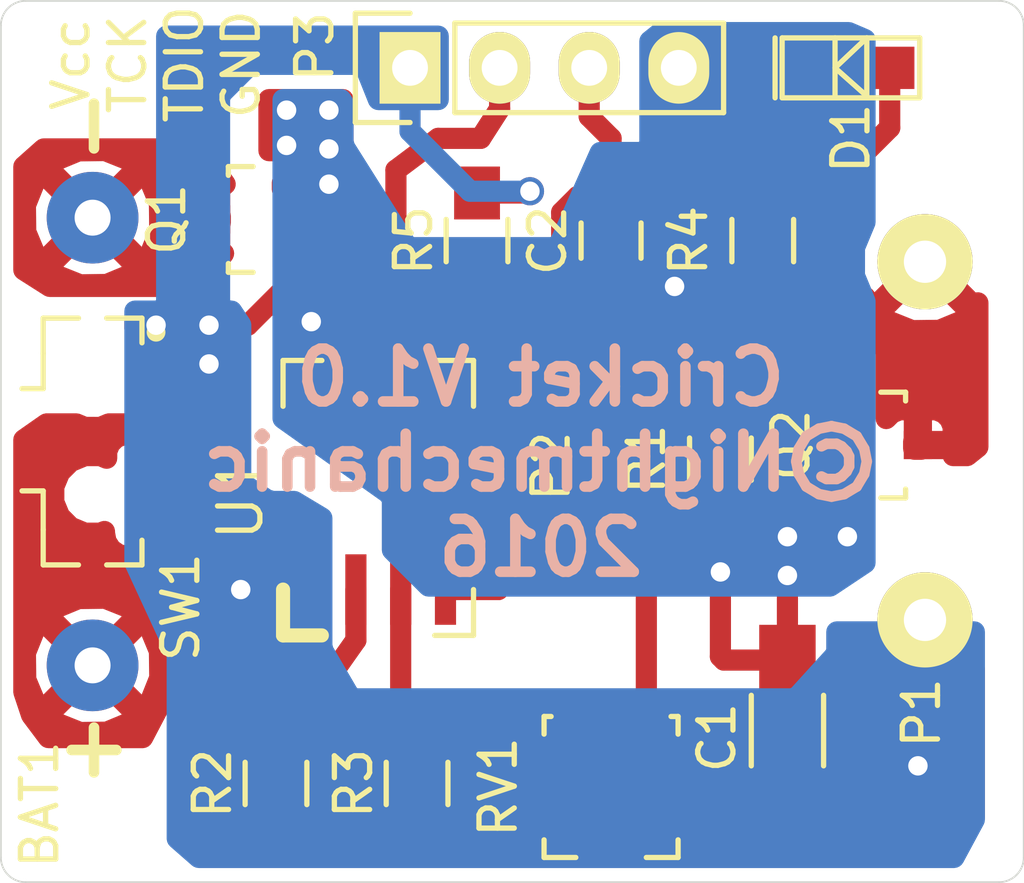
<source format=kicad_pcb>
(kicad_pcb (version 4) (host pcbnew 4.0.3-stable)

  (general
    (links 30)
    (no_connects 0)
    (area 98.45 71.866666 153.275001 101.575)
    (thickness 1.6)
    (drawings 10)
    (tracks 118)
    (zones 0)
    (modules 17)
    (nets 16)
  )

  (page A4)
  (layers
    (0 F.Cu signal hide)
    (31 B.Cu signal hide)
    (32 B.Adhes user)
    (33 F.Adhes user)
    (34 B.Paste user)
    (35 F.Paste user)
    (36 B.SilkS user)
    (37 F.SilkS user)
    (38 B.Mask user)
    (39 F.Mask user)
    (40 Dwgs.User user)
    (41 Cmts.User user hide)
    (42 Eco1.User user)
    (43 Eco2.User user)
    (44 Edge.Cuts user)
    (45 Margin user)
    (46 B.CrtYd user hide)
    (47 F.CrtYd user)
    (48 B.Fab user)
    (49 F.Fab user)
  )

  (setup
    (last_trace_width 0.6)
    (trace_clearance 0.2)
    (zone_clearance 0.35)
    (zone_45_only no)
    (trace_min 0.2)
    (segment_width 0.2)
    (edge_width 0.05)
    (via_size 0.8)
    (via_drill 0.55)
    (via_min_size 0.4)
    (via_min_drill 0.3)
    (uvia_size 0.3)
    (uvia_drill 0.1)
    (uvias_allowed no)
    (uvia_min_size 0.2)
    (uvia_min_drill 0.1)
    (pcb_text_width 0.3)
    (pcb_text_size 1.5 1.5)
    (mod_edge_width 0.05)
    (mod_text_size 1 1)
    (mod_text_width 0.15)
    (pad_size 1.524 1.524)
    (pad_drill 0.762)
    (pad_to_mask_clearance 0.05)
    (aux_axis_origin 0 0)
    (grid_origin 100 100)
    (visible_elements 7FFEFFFF)
    (pcbplotparams
      (layerselection 0x010f8_80000001)
      (usegerberextensions true)
      (excludeedgelayer true)
      (linewidth 0.100000)
      (plotframeref false)
      (viasonmask false)
      (mode 1)
      (useauxorigin false)
      (hpglpennumber 1)
      (hpglpenspeed 20)
      (hpglpendiameter 15)
      (hpglpenoverlay 2)
      (psnegative false)
      (psa4output false)
      (plotreference true)
      (plotvalue false)
      (plotinvisibletext false)
      (padsonsilk false)
      (subtractmaskfromsilk false)
      (outputformat 1)
      (mirror false)
      (drillshape 0)
      (scaleselection 1)
      (outputdirectory Fabrication/))
  )

  (net 0 "")
  (net 1 V_Batt)
  (net 2 GND)
  (net 3 /SBWTDIO)
  (net 4 "Net-(D1-Pad1)")
  (net 5 "Net-(P1-Pad1)")
  (net 6 "Net-(P2-Pad1)")
  (net 7 /SBWTCK)
  (net 8 "Net-(Q2-Pad1)")
  (net 9 "Net-(R2-Pad1)")
  (net 10 "Net-(R2-Pad2)")
  (net 11 "Net-(R3-Pad1)")
  (net 12 "Net-(SW1-Pad3)")
  (net 13 "Net-(R4-Pad1)")
  (net 14 /Bat+)
  (net 15 /Bat-)

  (net_class Default "This is the default net class."
    (clearance 0.2)
    (trace_width 0.6)
    (via_dia 0.8)
    (via_drill 0.55)
    (uvia_dia 0.3)
    (uvia_drill 0.1)
    (add_net /Bat+)
    (add_net /SBWTCK)
    (add_net /SBWTDIO)
    (add_net GND)
    (add_net "Net-(D1-Pad1)")
    (add_net "Net-(P1-Pad1)")
    (add_net "Net-(P2-Pad1)")
    (add_net "Net-(Q2-Pad1)")
    (add_net "Net-(R2-Pad1)")
    (add_net "Net-(R2-Pad2)")
    (add_net "Net-(R3-Pad1)")
    (add_net "Net-(R4-Pad1)")
    (add_net "Net-(SW1-Pad3)")
    (add_net V_Batt)
  )

  (net_class Bat- ""
    (clearance 0.2)
    (trace_width 0.6)
    (via_dia 0.8)
    (via_drill 0.55)
    (uvia_dia 0.3)
    (uvia_drill 0.1)
    (add_net /Bat-)
  )

  (module SMD_MiniLED (layer F.Cu) (tedit 57CDDCEB) (tstamp 57CC9B96)
    (at 124.1 76.9 180)
    (path /57CCAD3C)
    (fp_text reference D1 (at 0 -2 270) (layer F.SilkS)
      (effects (font (size 1 1) (thickness 0.15)))
    )
    (fp_text value "Orange LED" (at 0 -1.75 180) (layer Eco2.User)
      (effects (font (size 1 1) (thickness 0.15)))
    )
    (fp_line (start -0.45 -0.85) (end -0.45 0.85) (layer F.SilkS) (width 0.15))
    (fp_line (start -0.45 0.85) (end 0.45 0) (layer F.SilkS) (width 0.15))
    (fp_line (start 0.45 0) (end -0.45 -0.8) (layer F.SilkS) (width 0.15))
    (fp_line (start 0.45 -0.85) (end 0.45 0.85) (layer F.SilkS) (width 0.15))
    (fp_line (start 2.15 -0.85) (end 2.15 0.85) (layer F.SilkS) (width 0.15))
    (fp_line (start 1.95 -0.85) (end -1.95 -0.85) (layer F.SilkS) (width 0.15))
    (fp_line (start -1.95 -0.85) (end -1.95 0.85) (layer F.SilkS) (width 0.15))
    (fp_line (start -1.95 0.85) (end 1.95 0.85) (layer F.SilkS) (width 0.15))
    (fp_line (start 1.95 0.85) (end 1.95 -0.85) (layer F.SilkS) (width 0.15))
    (pad 1 smd rect (at -1.2 0 180) (size 1.2 1.2) (layers F.Cu F.Paste F.Mask)
      (net 4 "Net-(D1-Pad1)"))
    (pad 2 smd rect (at 1.2 0 180) (size 1.2 1.2) (layers F.Cu F.Paste F.Mask)
      (net 2 GND))
  )

  (module Keystone_2468_no_mnt_holes (layer F.Cu) (tedit 57CC9D62) (tstamp 57CC9B6F)
    (at 102.6 87.5)
    (path /57CC72B6)
    (fp_text reference BAT1 (at -1.5011 10.2964 90) (layer F.SilkS)
      (effects (font (size 1 1) (thickness 0.15)))
    )
    (fp_text value Keystone_2468_2xAAA (at -3.175 0 90) (layer F.Fab)
      (effects (font (size 1 1) (thickness 0.15)))
    )
    (fp_line (start 0.04 -9.585) (end 0.04 -8.315) (layer F.SilkS) (width 0.3))
    (fp_line (start -2.6 12.5) (end 50.4 12.5) (layer B.CrtYd) (width 0.15))
    (fp_line (start 50.4 12.5) (end 50.4 -12.5) (layer B.CrtYd) (width 0.15))
    (fp_line (start 50.4 -12.5) (end -2.6 -12.5) (layer B.CrtYd) (width 0.15))
    (fp_line (start -2.6 -12.5) (end -2.6 12.5) (layer B.CrtYd) (width 0.15))
    (fp_line (start 0.04 8.115) (end 0.04 9.385) (layer F.SilkS) (width 0.3))
    (fp_line (start -0.595 8.75) (end 0.675 8.75) (layer F.SilkS) (width 0.3))
    (pad 1 thru_hole circle (at 0 6.35) (size 2.6 2.6) (drill 1.02) (layers *.Cu *.Mask)
      (net 14 /Bat+))
    (pad 2 thru_hole circle (at 0 -6.35) (size 2.6 2.6) (drill 1.02) (layers *.Cu *.Mask)
      (net 15 /Bat-))
  )

  (module Capacitors_SMD:C_1206_HandSoldering (layer F.Cu) (tedit 57CDD4DE) (tstamp 57CC9B7B)
    (at 122.3 95.7 90)
    (descr "Capacitor SMD 1206, hand soldering")
    (tags "capacitor 1206")
    (path /57CC9101)
    (attr smd)
    (fp_text reference C1 (at -0.2 -2 90) (layer F.SilkS)
      (effects (font (size 1 1) (thickness 0.15)))
    )
    (fp_text value "10uF 10V" (at 0 2.3 90) (layer F.Fab)
      (effects (font (size 1 1) (thickness 0.15)))
    )
    (fp_line (start -3.3 -1.15) (end 3.3 -1.15) (layer F.CrtYd) (width 0.05))
    (fp_line (start -3.3 1.15) (end 3.3 1.15) (layer F.CrtYd) (width 0.05))
    (fp_line (start -3.3 -1.15) (end -3.3 1.15) (layer F.CrtYd) (width 0.05))
    (fp_line (start 3.3 -1.15) (end 3.3 1.15) (layer F.CrtYd) (width 0.05))
    (fp_line (start 1 -1.025) (end -1 -1.025) (layer F.SilkS) (width 0.15))
    (fp_line (start -1 1.025) (end 1 1.025) (layer F.SilkS) (width 0.15))
    (pad 1 smd rect (at -2 0 90) (size 2 1.6) (layers F.Cu F.Paste F.Mask)
      (net 1 V_Batt))
    (pad 2 smd rect (at 2 0 90) (size 2 1.6) (layers F.Cu F.Paste F.Mask)
      (net 2 GND))
    (model Capacitors_SMD.3dshapes/C_1206_HandSoldering.wrl
      (at (xyz 0 0 0))
      (scale (xyz 1 1 1))
      (rotate (xyz 0 0 0))
    )
  )

  (module Capacitors_SMD:C_0805_HandSoldering (layer F.Cu) (tedit 57CDD419) (tstamp 57CC9B87)
    (at 117.3 81.8 270)
    (descr "Capacitor SMD 0805, hand soldering")
    (tags "capacitor 0805")
    (path /57CC8932)
    (attr smd)
    (fp_text reference C2 (at 0 1.8 270) (layer F.SilkS)
      (effects (font (size 1 1) (thickness 0.15)))
    )
    (fp_text value 1.8nF (at 0 2.1 270) (layer F.Fab)
      (effects (font (size 1 1) (thickness 0.15)))
    )
    (fp_line (start -2.3 -1) (end 2.3 -1) (layer F.CrtYd) (width 0.05))
    (fp_line (start -2.3 1) (end 2.3 1) (layer F.CrtYd) (width 0.05))
    (fp_line (start -2.3 -1) (end -2.3 1) (layer F.CrtYd) (width 0.05))
    (fp_line (start 2.3 -1) (end 2.3 1) (layer F.CrtYd) (width 0.05))
    (fp_line (start 0.5 -0.85) (end -0.5 -0.85) (layer F.SilkS) (width 0.15))
    (fp_line (start -0.5 0.85) (end 0.5 0.85) (layer F.SilkS) (width 0.15))
    (pad 1 smd rect (at -1.25 0 270) (size 1.5 1.25) (layers F.Cu F.Paste F.Mask)
      (net 3 /SBWTDIO))
    (pad 2 smd rect (at 1.25 0 270) (size 1.5 1.25) (layers F.Cu F.Paste F.Mask)
      (net 2 GND))
    (model Capacitors_SMD.3dshapes/C_0805_HandSoldering.wrl
      (at (xyz 0 0 0))
      (scale (xyz 1 1 1))
      (rotate (xyz 0 0 0))
    )
  )

  (module Wire_Connections_Bridges:WireConnection_1.20mmDrill (layer F.Cu) (tedit 57CDE0A3) (tstamp 57CC9BF2)
    (at 126.2 82.4 270)
    (descr "WireConnection with 1.2mm drill")
    (path /57CC9871)
    (fp_text reference P1 (at 12.8 0.1 270) (layer F.SilkS)
      (effects (font (size 1 1) (thickness 0.15)))
    )
    (fp_text value CONN_01X02 (at 5.08 3.81 270) (layer F.Fab)
      (effects (font (size 1 1) (thickness 0.15)))
    )
    (fp_line (start 14.0716 -3.7592) (end 13.8684 -3.6576) (layer Cmts.User) (width 0.381))
    (fp_line (start 13.8684 -3.6576) (end 13.6398 -3.6576) (layer Cmts.User) (width 0.381))
    (fp_line (start 13.6398 -3.6576) (end 13.4366 -3.7592) (layer Cmts.User) (width 0.381))
    (fp_line (start 13.4366 -3.7592) (end 13.3604 -4.1148) (layer Cmts.User) (width 0.381))
    (fp_line (start 13.3604 -4.1148) (end 13.3604 -4.572) (layer Cmts.User) (width 0.381))
    (fp_line (start 13.3604 -4.572) (end 13.462 -4.6482) (layer Cmts.User) (width 0.381))
    (fp_line (start 13.462 -4.6482) (end 13.7668 -4.7244) (layer Cmts.User) (width 0.381))
    (fp_line (start 13.7668 -4.7244) (end 13.9954 -4.6736) (layer Cmts.User) (width 0.381))
    (fp_line (start 13.9954 -4.6736) (end 14.0462 -4.318) (layer Cmts.User) (width 0.381))
    (fp_line (start 14.0462 -4.318) (end 13.4366 -4.191) (layer Cmts.User) (width 0.381))
    (fp_line (start 13.4366 -4.191) (end 13.4366 -4.2418) (layer Cmts.User) (width 0.381))
    (fp_line (start 12.7508 -3.7084) (end 12.4206 -3.7084) (layer Cmts.User) (width 0.381))
    (fp_line (start 12.4206 -3.7084) (end 12.2174 -3.7084) (layer Cmts.User) (width 0.381))
    (fp_line (start 12.2174 -3.7084) (end 12.0396 -3.8608) (layer Cmts.User) (width 0.381))
    (fp_line (start 12.0396 -3.8608) (end 12.0396 -4.2418) (layer Cmts.User) (width 0.381))
    (fp_line (start 12.0396 -4.2418) (end 12.1412 -4.572) (layer Cmts.User) (width 0.381))
    (fp_line (start 12.1412 -4.572) (end 12.2936 -4.6482) (layer Cmts.User) (width 0.381))
    (fp_line (start 12.2936 -4.6482) (end 12.573 -4.6482) (layer Cmts.User) (width 0.381))
    (fp_line (start 12.573 -4.6482) (end 12.7508 -4.572) (layer Cmts.User) (width 0.381))
    (fp_line (start 12.7508 -4.572) (end 12.7762 -4.2672) (layer Cmts.User) (width 0.381))
    (fp_line (start 12.7762 -4.2672) (end 12.1412 -4.2418) (layer Cmts.User) (width 0.381))
    (fp_line (start 11.2268 -4.5212) (end 11.6078 -4.6736) (layer Cmts.User) (width 0.381))
    (fp_line (start 11.6078 -4.6736) (end 11.6332 -4.6736) (layer Cmts.User) (width 0.381))
    (fp_line (start 11.2014 -4.7244) (end 11.2014 -3.6576) (layer Cmts.User) (width 0.381))
    (fp_line (start 9.9822 -4.6736) (end 10.668 -4.7244) (layer Cmts.User) (width 0.381))
    (fp_line (start 10.7188 -5.207) (end 10.541 -5.207) (layer Cmts.User) (width 0.381))
    (fp_line (start 10.541 -5.207) (end 10.3886 -5.08) (layer Cmts.User) (width 0.381))
    (fp_line (start 10.3886 -5.08) (end 10.3378 -3.7084) (layer Cmts.User) (width 0.381))
    (fp_line (start 8.4328 -4.5974) (end 8.3058 -4.6736) (layer Cmts.User) (width 0.381))
    (fp_line (start 8.3058 -4.6736) (end 8.0264 -4.6736) (layer Cmts.User) (width 0.381))
    (fp_line (start 8.0264 -4.6736) (end 7.874 -4.445) (layer Cmts.User) (width 0.381))
    (fp_line (start 7.874 -4.445) (end 7.8994 -4.2672) (layer Cmts.User) (width 0.381))
    (fp_line (start 7.8994 -4.2672) (end 8.1788 -4.191) (layer Cmts.User) (width 0.381))
    (fp_line (start 8.1788 -4.191) (end 8.4328 -4.1148) (layer Cmts.User) (width 0.381))
    (fp_line (start 8.4328 -4.1148) (end 8.4836 -3.8354) (layer Cmts.User) (width 0.381))
    (fp_line (start 8.4836 -3.8354) (end 8.2804 -3.6576) (layer Cmts.User) (width 0.381))
    (fp_line (start 8.2804 -3.6576) (end 7.8994 -3.7084) (layer Cmts.User) (width 0.381))
    (fp_line (start 7.1628 -3.6576) (end 6.8072 -3.7592) (layer Cmts.User) (width 0.381))
    (fp_line (start 6.8072 -3.7592) (end 6.604 -3.8354) (layer Cmts.User) (width 0.381))
    (fp_line (start 6.604 -3.8354) (end 6.477 -4.1656) (layer Cmts.User) (width 0.381))
    (fp_line (start 6.477 -4.1656) (end 6.477 -4.4704) (layer Cmts.User) (width 0.381))
    (fp_line (start 6.477 -4.4704) (end 6.6802 -4.6736) (layer Cmts.User) (width 0.381))
    (fp_line (start 6.6802 -4.6736) (end 7.0104 -4.7244) (layer Cmts.User) (width 0.381))
    (fp_line (start 7.2136 -5.207) (end 7.2136 -3.6576) (layer Cmts.User) (width 0.381))
    (fp_line (start 5.715 -3.6576) (end 5.2578 -3.7084) (layer Cmts.User) (width 0.381))
    (fp_line (start 5.2578 -3.7084) (end 5.1054 -3.9116) (layer Cmts.User) (width 0.381))
    (fp_line (start 5.1054 -3.9116) (end 5.1308 -4.191) (layer Cmts.User) (width 0.381))
    (fp_line (start 5.1308 -4.191) (end 5.842 -4.2418) (layer Cmts.User) (width 0.381))
    (fp_line (start 5.1054 -4.572) (end 5.3848 -4.7244) (layer Cmts.User) (width 0.381))
    (fp_line (start 5.3848 -4.7244) (end 5.6388 -4.6482) (layer Cmts.User) (width 0.381))
    (fp_line (start 5.6388 -4.6482) (end 5.7912 -4.4704) (layer Cmts.User) (width 0.381))
    (fp_line (start 5.7912 -4.4704) (end 5.842 -3.6322) (layer Cmts.User) (width 0.381))
    (fp_line (start 3.6068 -3.6576) (end 3.6322 -5.2578) (layer Cmts.User) (width 0.381))
    (fp_line (start 3.6322 -5.2578) (end 4.0894 -5.2578) (layer Cmts.User) (width 0.381))
    (fp_line (start 4.0894 -5.2578) (end 4.3688 -5.1308) (layer Cmts.User) (width 0.381))
    (fp_line (start 4.3688 -5.1308) (end 4.4958 -4.8768) (layer Cmts.User) (width 0.381))
    (fp_line (start 4.4958 -4.8768) (end 4.4958 -4.5974) (layer Cmts.User) (width 0.381))
    (fp_line (start 4.4958 -4.5974) (end 4.3688 -4.3942) (layer Cmts.User) (width 0.381))
    (fp_line (start 4.3688 -4.3942) (end 4.0894 -4.445) (layer Cmts.User) (width 0.381))
    (fp_line (start 4.0894 -4.445) (end 3.6322 -4.445) (layer Cmts.User) (width 0.381))
    (fp_line (start 1.778 -3.7592) (end 1.524 -3.6576) (layer Cmts.User) (width 0.381))
    (fp_line (start 1.524 -3.6576) (end 1.27 -3.7592) (layer Cmts.User) (width 0.381))
    (fp_line (start 1.27 -3.7592) (end 1.1176 -3.9116) (layer Cmts.User) (width 0.381))
    (fp_line (start 1.1176 -3.9116) (end 1.0414 -4.318) (layer Cmts.User) (width 0.381))
    (fp_line (start 1.0414 -4.318) (end 1.1684 -4.572) (layer Cmts.User) (width 0.381))
    (fp_line (start 1.1684 -4.572) (end 1.3716 -4.6736) (layer Cmts.User) (width 0.381))
    (fp_line (start 1.3716 -4.6736) (end 1.651 -4.6482) (layer Cmts.User) (width 0.381))
    (fp_line (start 1.651 -4.6482) (end 1.8034 -4.5212) (layer Cmts.User) (width 0.381))
    (fp_line (start 1.8034 -4.5212) (end 1.8034 -4.318) (layer Cmts.User) (width 0.381))
    (fp_line (start 1.8034 -4.318) (end 1.1684 -4.2418) (layer Cmts.User) (width 0.381))
    (fp_line (start -0.1524 -4.7244) (end 0.3048 -3.6576) (layer Cmts.User) (width 0.381))
    (fp_line (start 0.3048 -3.6576) (end 0.5842 -4.6736) (layer Cmts.User) (width 0.381))
    (fp_line (start 0.5842 -4.6736) (end 0.5588 -4.6736) (layer Cmts.User) (width 0.381))
    (fp_line (start -1.4732 -4.3942) (end -1.4732 -3.9116) (layer Cmts.User) (width 0.381))
    (fp_line (start -1.4732 -3.9116) (end -1.27 -3.7084) (layer Cmts.User) (width 0.381))
    (fp_line (start -1.27 -3.7084) (end -1.0414 -3.6576) (layer Cmts.User) (width 0.381))
    (fp_line (start -1.0414 -3.6576) (end -0.762 -3.7846) (layer Cmts.User) (width 0.381))
    (fp_line (start -0.762 -3.7846) (end -0.6604 -3.9878) (layer Cmts.User) (width 0.381))
    (fp_line (start -0.6604 -3.9878) (end -0.6604 -4.445) (layer Cmts.User) (width 0.381))
    (fp_line (start -0.6604 -4.445) (end -0.8382 -4.6482) (layer Cmts.User) (width 0.381))
    (fp_line (start -0.8382 -4.6482) (end -1.1176 -4.7244) (layer Cmts.User) (width 0.381))
    (fp_line (start -1.1176 -4.7244) (end -1.4478 -4.4704) (layer Cmts.User) (width 0.381))
    (fp_line (start -3.0988 -3.6322) (end -3.0988 -5.2578) (layer Cmts.User) (width 0.381))
    (fp_line (start -3.0988 -5.2578) (end -2.6162 -4.1148) (layer Cmts.User) (width 0.381))
    (fp_line (start -2.6162 -4.1148) (end -2.1336 -5.1816) (layer Cmts.User) (width 0.381))
    (fp_line (start -2.1336 -5.1816) (end -2.1336 -3.6322) (layer Cmts.User) (width 0.381))
    (pad 1 thru_hole circle (at 0 0 270) (size 2.70002 2.70002) (drill 1.19888) (layers *.Cu *.Mask F.SilkS)
      (net 5 "Net-(P1-Pad1)"))
    (pad 2 thru_hole circle (at 10.16 0 270) (size 2.70002 2.70002) (drill 1.19888) (layers *.Cu *.Mask F.SilkS)
      (net 1 V_Batt))
  )

  (module Pin_Headers:Pin_Header_Straight_1x04 (layer F.Cu) (tedit 57CDDC3A) (tstamp 57CC9C0B)
    (at 111.6 76.9 90)
    (descr "Through hole pin header")
    (tags "pin header")
    (path /57CCB827)
    (fp_text reference P3 (at 0.6 -2.7 90) (layer F.SilkS)
      (effects (font (size 1 1) (thickness 0.15)))
    )
    (fp_text value CONN_01X04 (at 0 -3.1 90) (layer F.Fab)
      (effects (font (size 1 1) (thickness 0.15)))
    )
    (fp_line (start -1.75 -1.75) (end -1.75 9.4) (layer F.CrtYd) (width 0.05))
    (fp_line (start 1.75 -1.75) (end 1.75 9.4) (layer F.CrtYd) (width 0.05))
    (fp_line (start -1.75 -1.75) (end 1.75 -1.75) (layer F.CrtYd) (width 0.05))
    (fp_line (start -1.75 9.4) (end 1.75 9.4) (layer F.CrtYd) (width 0.05))
    (fp_line (start -1.27 1.27) (end -1.27 8.89) (layer F.SilkS) (width 0.15))
    (fp_line (start 1.27 1.27) (end 1.27 8.89) (layer F.SilkS) (width 0.15))
    (fp_line (start 1.55 -1.55) (end 1.55 0) (layer F.SilkS) (width 0.15))
    (fp_line (start -1.27 8.89) (end 1.27 8.89) (layer F.SilkS) (width 0.15))
    (fp_line (start 1.27 1.27) (end -1.27 1.27) (layer F.SilkS) (width 0.15))
    (fp_line (start -1.55 0) (end -1.55 -1.55) (layer F.SilkS) (width 0.15))
    (fp_line (start -1.55 -1.55) (end 1.55 -1.55) (layer F.SilkS) (width 0.15))
    (pad 1 thru_hole rect (at 0 0 90) (size 2.032 1.7272) (drill 1.016) (layers *.Cu *.Mask F.SilkS)
      (net 1 V_Batt))
    (pad 2 thru_hole oval (at 0 2.54 90) (size 2.032 1.7272) (drill 1.016) (layers *.Cu *.Mask F.SilkS)
      (net 7 /SBWTCK))
    (pad 3 thru_hole oval (at 0 5.08 90) (size 2.032 1.7272) (drill 1.016) (layers *.Cu *.Mask F.SilkS)
      (net 3 /SBWTDIO))
    (pad 4 thru_hole oval (at 0 7.62 90) (size 2.032 1.7272) (drill 1.016) (layers *.Cu *.Mask F.SilkS)
      (net 2 GND))
    (model Pin_Headers.3dshapes/Pin_Header_Straight_1x04.wrl
      (at (xyz 0 -0.15 0))
      (scale (xyz 1 1 1))
      (rotate (xyz 0 0 90))
    )
  )

  (module TO_SOT_Packages_SMD:SOT-23 (layer F.Cu) (tedit 57CDD442) (tstamp 57CC9C1B)
    (at 107.1 81.2 90)
    (descr "SOT-23, Standard")
    (tags SOT-23)
    (path /57CC8172)
    (attr smd)
    (fp_text reference Q1 (at 0 -2.4 90) (layer F.SilkS)
      (effects (font (size 1 1) (thickness 0.15)))
    )
    (fp_text value Si2312CDS (at 0 2.3 90) (layer F.Fab)
      (effects (font (size 1 1) (thickness 0.15)))
    )
    (fp_line (start -1.65 -1.6) (end 1.65 -1.6) (layer F.CrtYd) (width 0.05))
    (fp_line (start 1.65 -1.6) (end 1.65 1.6) (layer F.CrtYd) (width 0.05))
    (fp_line (start 1.65 1.6) (end -1.65 1.6) (layer F.CrtYd) (width 0.05))
    (fp_line (start -1.65 1.6) (end -1.65 -1.6) (layer F.CrtYd) (width 0.05))
    (fp_line (start 1.29916 -0.65024) (end 1.2509 -0.65024) (layer F.SilkS) (width 0.15))
    (fp_line (start -1.49982 0.0508) (end -1.49982 -0.65024) (layer F.SilkS) (width 0.15))
    (fp_line (start -1.49982 -0.65024) (end -1.2509 -0.65024) (layer F.SilkS) (width 0.15))
    (fp_line (start 1.29916 -0.65024) (end 1.49982 -0.65024) (layer F.SilkS) (width 0.15))
    (fp_line (start 1.49982 -0.65024) (end 1.49982 0.0508) (layer F.SilkS) (width 0.15))
    (pad 1 smd rect (at -0.95 1.00076 90) (size 0.8001 0.8001) (layers F.Cu F.Paste F.Mask)
      (net 1 V_Batt))
    (pad 2 smd rect (at 0.95 1.00076 90) (size 0.8001 0.8001) (layers F.Cu F.Paste F.Mask)
      (net 2 GND))
    (pad 3 smd rect (at 0 -0.99822 90) (size 0.8001 0.8001) (layers F.Cu F.Paste F.Mask)
      (net 15 /Bat-))
    (model TO_SOT_Packages_SMD.3dshapes/SOT-23.wrl
      (at (xyz 0 0 0))
      (scale (xyz 1 1 1))
      (rotate (xyz 0 0 0))
    )
  )

  (module TO_SOT_Packages_SMD:SOT-23 (layer F.Cu) (tedit 57CDD4BC) (tstamp 57CC9C2B)
    (at 125 87.6 270)
    (descr "SOT-23, Standard")
    (tags SOT-23)
    (path /57CC8CCD)
    (attr smd)
    (fp_text reference Q2 (at 0 2.6 270) (layer F.SilkS)
      (effects (font (size 1 1) (thickness 0.15)))
    )
    (fp_text value Q_NPN_BEC (at 0 2.3 270) (layer F.Fab)
      (effects (font (size 1 1) (thickness 0.15)))
    )
    (fp_line (start -1.65 -1.6) (end 1.65 -1.6) (layer F.CrtYd) (width 0.05))
    (fp_line (start 1.65 -1.6) (end 1.65 1.6) (layer F.CrtYd) (width 0.05))
    (fp_line (start 1.65 1.6) (end -1.65 1.6) (layer F.CrtYd) (width 0.05))
    (fp_line (start -1.65 1.6) (end -1.65 -1.6) (layer F.CrtYd) (width 0.05))
    (fp_line (start 1.29916 -0.65024) (end 1.2509 -0.65024) (layer F.SilkS) (width 0.15))
    (fp_line (start -1.49982 0.0508) (end -1.49982 -0.65024) (layer F.SilkS) (width 0.15))
    (fp_line (start -1.49982 -0.65024) (end -1.2509 -0.65024) (layer F.SilkS) (width 0.15))
    (fp_line (start 1.29916 -0.65024) (end 1.49982 -0.65024) (layer F.SilkS) (width 0.15))
    (fp_line (start 1.49982 -0.65024) (end 1.49982 0.0508) (layer F.SilkS) (width 0.15))
    (pad 1 smd rect (at -0.95 1.00076 270) (size 0.8001 0.8001) (layers F.Cu F.Paste F.Mask)
      (net 8 "Net-(Q2-Pad1)"))
    (pad 2 smd rect (at 0.95 1.00076 270) (size 0.8001 0.8001) (layers F.Cu F.Paste F.Mask)
      (net 2 GND))
    (pad 3 smd rect (at 0 -0.99822 270) (size 0.8001 0.8001) (layers F.Cu F.Paste F.Mask)
      (net 5 "Net-(P1-Pad1)"))
    (model TO_SOT_Packages_SMD.3dshapes/SOT-23.wrl
      (at (xyz 0 0 0))
      (scale (xyz 1 1 1))
      (rotate (xyz 0 0 0))
    )
  )

  (module Resistors_SMD:R_0805_HandSoldering (layer F.Cu) (tedit 54189DEE) (tstamp 57CC9C37)
    (at 120.4 88 90)
    (descr "Resistor SMD 0805, hand soldering")
    (tags "resistor 0805")
    (path /57CC8C7B)
    (attr smd)
    (fp_text reference R1 (at 0 -2.1 90) (layer F.SilkS)
      (effects (font (size 1 1) (thickness 0.15)))
    )
    (fp_text value 1k (at 0 2.1 90) (layer F.Fab)
      (effects (font (size 1 1) (thickness 0.15)))
    )
    (fp_line (start -2.4 -1) (end 2.4 -1) (layer F.CrtYd) (width 0.05))
    (fp_line (start -2.4 1) (end 2.4 1) (layer F.CrtYd) (width 0.05))
    (fp_line (start -2.4 -1) (end -2.4 1) (layer F.CrtYd) (width 0.05))
    (fp_line (start 2.4 -1) (end 2.4 1) (layer F.CrtYd) (width 0.05))
    (fp_line (start 0.6 0.875) (end -0.6 0.875) (layer F.SilkS) (width 0.15))
    (fp_line (start -0.6 -0.875) (end 0.6 -0.875) (layer F.SilkS) (width 0.15))
    (pad 1 smd rect (at -1.35 0 90) (size 1.5 1.3) (layers F.Cu F.Paste F.Mask)
      (net 2 GND))
    (pad 2 smd rect (at 1.35 0 90) (size 1.5 1.3) (layers F.Cu F.Paste F.Mask)
      (net 8 "Net-(Q2-Pad1)"))
    (model Resistors_SMD.3dshapes/R_0805_HandSoldering.wrl
      (at (xyz 0 0 0))
      (scale (xyz 1 1 1))
      (rotate (xyz 0 0 0))
    )
  )

  (module Resistors_SMD:R_0805_HandSoldering (layer F.Cu) (tedit 57CDD4C8) (tstamp 57CC9C43)
    (at 107.8 97.2 270)
    (descr "Resistor SMD 0805, hand soldering")
    (tags "resistor 0805")
    (path /57CC8B01)
    (attr smd)
    (fp_text reference R2 (at 0 1.8 270) (layer F.SilkS)
      (effects (font (size 1 1) (thickness 0.15)))
    )
    (fp_text value 1k (at 0 2.1 270) (layer F.Fab)
      (effects (font (size 1 1) (thickness 0.15)))
    )
    (fp_line (start -2.4 -1) (end 2.4 -1) (layer F.CrtYd) (width 0.05))
    (fp_line (start -2.4 1) (end 2.4 1) (layer F.CrtYd) (width 0.05))
    (fp_line (start -2.4 -1) (end -2.4 1) (layer F.CrtYd) (width 0.05))
    (fp_line (start 2.4 -1) (end 2.4 1) (layer F.CrtYd) (width 0.05))
    (fp_line (start 0.6 0.875) (end -0.6 0.875) (layer F.SilkS) (width 0.15))
    (fp_line (start -0.6 -0.875) (end 0.6 -0.875) (layer F.SilkS) (width 0.15))
    (pad 1 smd rect (at -1.35 0 270) (size 1.5 1.3) (layers F.Cu F.Paste F.Mask)
      (net 9 "Net-(R2-Pad1)"))
    (pad 2 smd rect (at 1.35 0 270) (size 1.5 1.3) (layers F.Cu F.Paste F.Mask)
      (net 10 "Net-(R2-Pad2)"))
    (model Resistors_SMD.3dshapes/R_0805_HandSoldering.wrl
      (at (xyz 0 0 0))
      (scale (xyz 1 1 1))
      (rotate (xyz 0 0 0))
    )
  )

  (module Resistors_SMD:R_0805_HandSoldering (layer F.Cu) (tedit 57CDD4CE) (tstamp 57CC9C4F)
    (at 111.8 97.2 270)
    (descr "Resistor SMD 0805, hand soldering")
    (tags "resistor 0805")
    (path /57CC8C45)
    (attr smd)
    (fp_text reference R3 (at 0 1.8 270) (layer F.SilkS)
      (effects (font (size 1 1) (thickness 0.15)))
    )
    (fp_text value 1k (at 0 2.1 270) (layer F.Fab)
      (effects (font (size 1 1) (thickness 0.15)))
    )
    (fp_line (start -2.4 -1) (end 2.4 -1) (layer F.CrtYd) (width 0.05))
    (fp_line (start -2.4 1) (end 2.4 1) (layer F.CrtYd) (width 0.05))
    (fp_line (start -2.4 -1) (end -2.4 1) (layer F.CrtYd) (width 0.05))
    (fp_line (start 2.4 -1) (end 2.4 1) (layer F.CrtYd) (width 0.05))
    (fp_line (start 0.6 0.875) (end -0.6 0.875) (layer F.SilkS) (width 0.15))
    (fp_line (start -0.6 -0.875) (end 0.6 -0.875) (layer F.SilkS) (width 0.15))
    (pad 1 smd rect (at -1.35 0 270) (size 1.5 1.3) (layers F.Cu F.Paste F.Mask)
      (net 11 "Net-(R3-Pad1)"))
    (pad 2 smd rect (at 1.35 0 270) (size 1.5 1.3) (layers F.Cu F.Paste F.Mask)
      (net 10 "Net-(R2-Pad2)"))
    (model Resistors_SMD.3dshapes/R_0805_HandSoldering.wrl
      (at (xyz 0 0 0))
      (scale (xyz 1 1 1))
      (rotate (xyz 0 0 0))
    )
  )

  (module Resistors_SMD:R_0805_HandSoldering (layer F.Cu) (tedit 57CDD412) (tstamp 57CC9C5B)
    (at 121.6 81.8 90)
    (descr "Resistor SMD 0805, hand soldering")
    (tags "resistor 0805")
    (path /57CCAF8D)
    (attr smd)
    (fp_text reference R4 (at 0 -2.1 90) (layer F.SilkS)
      (effects (font (size 1 1) (thickness 0.15)))
    )
    (fp_text value 330R (at 0 2.1 90) (layer F.Fab)
      (effects (font (size 1 1) (thickness 0.15)))
    )
    (fp_line (start -2.4 -1) (end 2.4 -1) (layer F.CrtYd) (width 0.05))
    (fp_line (start -2.4 1) (end 2.4 1) (layer F.CrtYd) (width 0.05))
    (fp_line (start -2.4 -1) (end -2.4 1) (layer F.CrtYd) (width 0.05))
    (fp_line (start 2.4 -1) (end 2.4 1) (layer F.CrtYd) (width 0.05))
    (fp_line (start 0.6 0.875) (end -0.6 0.875) (layer F.SilkS) (width 0.15))
    (fp_line (start -0.6 -0.875) (end 0.6 -0.875) (layer F.SilkS) (width 0.15))
    (pad 1 smd rect (at -1.35 0 90) (size 1.5 1.3) (layers F.Cu F.Paste F.Mask)
      (net 13 "Net-(R4-Pad1)"))
    (pad 2 smd rect (at 1.35 0 90) (size 1.5 1.3) (layers F.Cu F.Paste F.Mask)
      (net 4 "Net-(D1-Pad1)"))
    (model Resistors_SMD.3dshapes/R_0805_HandSoldering.wrl
      (at (xyz 0 0 0))
      (scale (xyz 1 1 1))
      (rotate (xyz 0 0 0))
    )
  )

  (module Resistors_SMD:R_0805_HandSoldering (layer F.Cu) (tedit 57CDD405) (tstamp 57CC9C67)
    (at 113.5 81.8 270)
    (descr "Resistor SMD 0805, hand soldering")
    (tags "resistor 0805")
    (path /57CC88ED)
    (attr smd)
    (fp_text reference R5 (at 0 1.8 270) (layer F.SilkS)
      (effects (font (size 1 1) (thickness 0.15)))
    )
    (fp_text value 47k (at 0 2.1 270) (layer F.Fab)
      (effects (font (size 1 1) (thickness 0.15)))
    )
    (fp_line (start -2.4 -1) (end 2.4 -1) (layer F.CrtYd) (width 0.05))
    (fp_line (start -2.4 1) (end 2.4 1) (layer F.CrtYd) (width 0.05))
    (fp_line (start -2.4 -1) (end -2.4 1) (layer F.CrtYd) (width 0.05))
    (fp_line (start 2.4 -1) (end 2.4 1) (layer F.CrtYd) (width 0.05))
    (fp_line (start 0.6 0.875) (end -0.6 0.875) (layer F.SilkS) (width 0.15))
    (fp_line (start -0.6 -0.875) (end 0.6 -0.875) (layer F.SilkS) (width 0.15))
    (pad 1 smd rect (at -1.35 0 270) (size 1.5 1.3) (layers F.Cu F.Paste F.Mask)
      (net 1 V_Batt))
    (pad 2 smd rect (at 1.35 0 270) (size 1.5 1.3) (layers F.Cu F.Paste F.Mask)
      (net 3 /SBWTDIO))
    (model Resistors_SMD.3dshapes/R_0805_HandSoldering.wrl
      (at (xyz 0 0 0))
      (scale (xyz 1 1 1))
      (rotate (xyz 0 0 0))
    )
  )

  (module nightmechanic_pcb:Bourns_TC33X_2 (layer F.Cu) (tedit 57CDD4D7) (tstamp 57CC9C76)
    (at 117.3 97.3 180)
    (path /57CC94CA)
    (fp_text reference RV1 (at 3.2 0 270) (layer F.SilkS)
      (effects (font (size 1 1) (thickness 0.15)))
    )
    (fp_text value "3.3k POT" (at 0.5 -3.2 180) (layer F.Fab)
      (effects (font (size 1 1) (thickness 0.15)))
    )
    (fp_line (start -1.9 2) (end -1.7 2) (layer F.SilkS) (width 0.15))
    (fp_line (start -1.9 2) (end -1.9 1.5) (layer F.SilkS) (width 0.15))
    (fp_line (start 1.9 1.5) (end 1.9 2) (layer F.SilkS) (width 0.15))
    (fp_line (start 1.9 2) (end 1.7 2) (layer F.SilkS) (width 0.15))
    (fp_line (start 1 -2) (end 1.9 -2) (layer F.SilkS) (width 0.15))
    (fp_line (start 1.9 -2) (end 1.9 -1.5) (layer F.SilkS) (width 0.15))
    (fp_line (start -1 -2) (end -1.9 -2) (layer F.SilkS) (width 0.15))
    (fp_line (start -1.9 -2) (end -1.9 -1.5) (layer F.SilkS) (width 0.15))
    (pad 1 smd rect (at -1 1.8 180) (size 1.2 1.2) (layers F.Cu F.Paste F.Mask)
      (net 8 "Net-(Q2-Pad1)"))
    (pad 3 smd rect (at 1 1.8 180) (size 1.2 1.2) (layers F.Cu F.Paste F.Mask)
      (net 10 "Net-(R2-Pad2)"))
    (pad 2 smd rect (at 0 -1.45 180) (size 1.6 1.5) (layers F.Cu F.Paste F.Mask)
      (net 10 "Net-(R2-Pad2)"))
  )

  (module nightmechanic_pcb:ALPS_SSSS810701 (layer F.Cu) (tedit 57CDD452) (tstamp 57CC9C95)
    (at 102.6 87.5 270)
    (path /57CC7D12)
    (fp_text reference SW1 (at 4.7 -2.5 270) (layer F.SilkS)
      (effects (font (size 1 1) (thickness 0.15)))
    )
    (fp_text value SPDT_SLIDE (at 0.1 -4 270) (layer F.Fab)
      (effects (font (size 1 1) (thickness 0.15)))
    )
    (fp_line (start 1.4 2) (end 1.4 3) (layer F.CrtYd) (width 0.15))
    (fp_line (start 1.4 3) (end -1.5 3) (layer F.CrtYd) (width 0.15))
    (fp_line (start -1.5 3) (end -1.5 1.4) (layer F.CrtYd) (width 0.15))
    (fp_line (start -1.5 1.4) (end -3.5 1.4) (layer F.CrtYd) (width 0.15))
    (fp_line (start -3.5 1.4) (end -3.5 -1.4) (layer F.CrtYd) (width 0.15))
    (fp_line (start -3.5 -1.4) (end 3.5 -1.4) (layer F.CrtYd) (width 0.15))
    (fp_line (start 3.5 -1.4) (end 3.5 1.4) (layer F.CrtYd) (width 0.15))
    (fp_line (start 3.5 1.4) (end 1.4 1.4) (layer F.CrtYd) (width 0.15))
    (fp_line (start 1.4 1.4) (end 1.4 2) (layer F.CrtYd) (width 0.15))
    (fp_line (start -1.5 2) (end -1.5 1.4) (layer F.SilkS) (width 0.15))
    (fp_line (start -1.5 1.4) (end -2.5 1.4) (layer F.SilkS) (width 0.15))
    (fp_line (start 1.4 1.4) (end 2.5 1.4) (layer F.SilkS) (width 0.15))
    (fp_line (start 1.4 1.4) (end 1.4 2) (layer F.SilkS) (width 0.15))
    (fp_circle (center -3.1 -1.8) (end -3 -1.7) (layer F.SilkS) (width 0.25))
    (fp_line (start 3.5 0.4) (end 3.5 1.4) (layer F.SilkS) (width 0.15))
    (fp_line (start 3.5 1.4) (end 2.5 1.4) (layer F.SilkS) (width 0.15))
    (fp_line (start 2.8 -1.4) (end 3.5 -1.4) (layer F.SilkS) (width 0.15))
    (fp_line (start 3.5 -1.4) (end 3.5 -0.4) (layer F.SilkS) (width 0.15))
    (fp_line (start -3.5 -0.4) (end -3.5 -1.4) (layer F.SilkS) (width 0.15))
    (fp_line (start -3.5 -1.4) (end -2.8 -1.4) (layer F.SilkS) (width 0.15))
    (fp_line (start -3.5 1.4) (end -3.5 0.4) (layer F.SilkS) (width 0.15))
    (fp_line (start -3.5 1.4) (end -2.5 1.4) (layer F.SilkS) (width 0.15))
    (pad "" np_thru_hole circle (at 1.5 0 270) (size 0.9 0.9) (drill 0.9) (layers *.Cu *.Mask))
    (pad "" np_thru_hole circle (at -1.5 0 270) (size 0.9 0.9) (drill 0.9) (layers *.Cu *.Mask))
    (pad 1 smd rect (at -2.25 -1.75 270) (size 0.7 1.5) (layers F.Cu F.Paste F.Mask)
      (net 1 V_Batt))
    (pad 2 smd rect (at 0.75 -1.75 270) (size 0.7 1.5) (layers F.Cu F.Paste F.Mask)
      (net 14 /Bat+))
    (pad 3 smd rect (at 2.25 -1.75 270) (size 0.7 1.5) (layers F.Cu F.Paste F.Mask)
      (net 12 "Net-(SW1-Pad3)"))
  )

  (module nightmechanic_pcb:TI-D-SOIC-8 (layer F.Cu) (tedit 57CC6C6E) (tstamp 57CC9CAA)
    (at 110.7 89.1)
    (path /57CC863E)
    (fp_text reference U1 (at -3.905 0 90) (layer F.SilkS)
      (effects (font (size 1.2 1.2) (thickness 0.15)))
    )
    (fp_text value MSP430G2230ID (at 0 0) (layer F.Fab)
      (effects (font (size 0.8 0.8) (thickness 0.15)))
    )
    (fp_line (start -1.6 3.9) (end -2.7 3.9) (layer F.SilkS) (width 0.4))
    (fp_line (start -2.7 3.9) (end -2.7 2.6) (layer F.SilkS) (width 0.4))
    (fp_line (start 2.7 2.6) (end 2.7 3.9) (layer F.SilkS) (width 0.15))
    (fp_line (start 2.7 3.9) (end 1.6 3.9) (layer F.SilkS) (width 0.15))
    (fp_line (start 1.6 -3.9) (end 2.7 -3.9) (layer F.SilkS) (width 0.15))
    (fp_line (start 2.7 -3.9) (end 2.7 -2.6) (layer F.SilkS) (width 0.15))
    (fp_line (start -2.7 -2.6) (end -2.7 -3.8) (layer F.SilkS) (width 0.15))
    (fp_line (start -2.7 -3.8) (end -2.7 -3.9) (layer F.SilkS) (width 0.15))
    (fp_line (start -2.7 -3.9) (end -1.6 -3.9) (layer F.SilkS) (width 0.15))
    (pad 8 smd rect (at -1.905 -2.6) (size 0.6 2) (layers F.Cu F.Paste F.Mask)
      (net 2 GND))
    (pad 1 smd rect (at -1.905 2.6) (size 0.6 2) (layers F.Cu F.Paste F.Mask)
      (net 1 V_Batt))
    (pad 7 smd rect (at -0.635 -2.6) (size 0.6 2) (layers F.Cu F.Paste F.Mask)
      (net 7 /SBWTCK))
    (pad 2 smd rect (at -0.635 2.6) (size 0.6 2) (layers F.Cu F.Paste F.Mask)
      (net 9 "Net-(R2-Pad1)"))
    (pad 6 smd rect (at 0.635 -2.6) (size 0.6 2) (layers F.Cu F.Paste F.Mask)
      (net 3 /SBWTDIO))
    (pad 3 smd rect (at 0.635 2.6) (size 0.6 2) (layers F.Cu F.Paste F.Mask)
      (net 11 "Net-(R3-Pad1)"))
    (pad 5 smd rect (at 1.905 -2.6) (size 0.6 2) (layers F.Cu F.Paste F.Mask)
      (net 13 "Net-(R4-Pad1)"))
    (pad 4 smd rect (at 1.905 2.6) (size 0.6 2) (layers F.Cu F.Paste F.Mask)
      (net 6 "Net-(P2-Pad1)"))
    (model Housings_SOIC.3dshapes/SOIC-8_3.9x4.9mm_Pitch1.27mm.wrl
      (at (xyz 0 0 0))
      (scale (xyz 1 1 1))
      (rotate (xyz 0 0 90))
    )
  )

  (module Measurement_Points:Measurement_Point_Round-SMD-Pad_Small (layer F.Cu) (tedit 57CDD4A7) (tstamp 57CC9BF8)
    (at 115.6 90.2)
    (descr "Mesurement Point, Round, SMD Pad, DM 1.5mm,")
    (tags "Mesurement Point Round SMD Pad 1.5mm")
    (path /57CCB3C4)
    (attr virtual)
    (fp_text reference P2 (at 0 -2 90) (layer F.SilkS)
      (effects (font (size 1 1) (thickness 0.15)))
    )
    (fp_text value CONN_01X01 (at 0 2) (layer F.Fab)
      (effects (font (size 1 1) (thickness 0.15)))
    )
    (fp_circle (center 0 0) (end 1 0) (layer F.CrtYd) (width 0.05))
    (pad 1 smd circle (at 0 0) (size 1.5 1.5) (layers F.Cu F.Mask)
      (net 6 "Net-(P2-Pad1)"))
  )

  (gr_text "Cricket V1.0\n©Nightmechanic\n2016" (at 115.3 88.1) (layer B.SilkS)
    (effects (font (size 1.5 1.5) (thickness 0.3)) (justify mirror))
  )
  (gr_text "Vcc\nTCK\nTDIO\nGND" (at 104.4 76.8 90) (layer F.SilkS)
    (effects (font (size 1 1) (thickness 0.15)))
  )
  (gr_arc (start 128.3 99.3) (end 129 99.3) (angle 90) (layer Edge.Cuts) (width 0.05))
  (gr_arc (start 128.3 75.7) (end 128.3 75) (angle 90) (layer Edge.Cuts) (width 0.05))
  (gr_arc (start 100.7 75.7) (end 100 75.7) (angle 90) (layer Edge.Cuts) (width 0.05))
  (gr_arc (start 100.7 99.3) (end 100.7 100) (angle 90) (layer Edge.Cuts) (width 0.05))
  (gr_line (start 128.3 100) (end 100.7 100) (angle 90) (layer Edge.Cuts) (width 0.05))
  (gr_line (start 129 75.7) (end 129 99.3) (angle 90) (layer Edge.Cuts) (width 0.05))
  (gr_line (start 100.7 75) (end 128.3 75) (angle 90) (layer Edge.Cuts) (width 0.05))
  (gr_line (start 100 99.3) (end 100 75.7) (angle 90) (layer Edge.Cuts) (width 0.05))

  (segment (start 113.5 80.45) (end 114.95 80.45) (width 0.6) (layer F.Cu) (net 1))
  (segment (start 111.6 78.7) (end 111.6 76.9) (width 0.6) (layer B.Cu) (net 1) (tstamp 57CDDBCC))
  (segment (start 113.3 80.4) (end 111.6 78.7) (width 0.6) (layer B.Cu) (net 1) (tstamp 57CDDBC9))
  (segment (start 115 80.4) (end 113.3 80.4) (width 0.6) (layer B.Cu) (net 1) (tstamp 57CDDBC8))
  (via (at 115 80.4) (size 0.8) (drill 0.55) (layers F.Cu B.Cu) (net 1))
  (segment (start 114.95 80.45) (end 115 80.4) (width 0.6) (layer F.Cu) (net 1) (tstamp 57CDDBB5))
  (segment (start 126.2 92.56) (end 126.2 92.8) (width 0.6) (layer F.Cu) (net 1))
  (segment (start 126.2 92.8) (end 124.9 94.1) (width 0.6) (layer F.Cu) (net 1) (tstamp 57CCAFDB))
  (segment (start 124.9 94.1) (end 124.9 95.6) (width 0.6) (layer F.Cu) (net 1) (tstamp 57CCAFDD))
  (segment (start 124.9 95.6) (end 126 96.7) (width 0.6) (layer F.Cu) (net 1) (tstamp 57CCAFE1))
  (segment (start 108.795 91.7) (end 106.8 91.7) (width 0.6) (layer F.Cu) (net 1) (status 10))
  (via (at 106.8 91.7) (size 0.8) (drill 0.55) (layers F.Cu B.Cu) (net 1))
  (segment (start 122.3 97.7) (end 125 97.7) (width 0.6) (layer F.Cu) (net 1))
  (via (at 126 96.7) (size 0.8) (drill 0.55) (layers F.Cu B.Cu) (net 1))
  (segment (start 125 97.7) (end 126 96.7) (width 0.6) (layer F.Cu) (net 1) (tstamp 57CCAF23))
  (segment (start 104.35 85.25) (end 104.35 84.25) (width 0.6) (layer F.Cu) (net 1))
  (via (at 104.4 84.2) (size 0.8) (drill 0.55) (layers F.Cu B.Cu) (net 1))
  (segment (start 104.35 84.25) (end 104.4 84.2) (width 0.6) (layer F.Cu) (net 1) (tstamp 57CCA8D7))
  (segment (start 105.9 84.2) (end 107 84.2) (width 0.6) (layer F.Cu) (net 1))
  (segment (start 108.10076 83.09924) (end 108.10076 82.15) (width 0.6) (layer F.Cu) (net 1) (tstamp 57CCA865))
  (segment (start 107 84.2) (end 108.10076 83.09924) (width 0.6) (layer F.Cu) (net 1) (tstamp 57CCA861))
  (segment (start 104.35 85.25) (end 105.85 85.25) (width 0.6) (layer F.Cu) (net 1))
  (segment (start 104.35 84.65) (end 104.35 85.25) (width 0.6) (layer F.Cu) (net 1) (tstamp 57CCA837))
  (segment (start 104.8 84.2) (end 104.35 84.65) (width 0.6) (layer F.Cu) (net 1) (tstamp 57CCA834))
  (segment (start 105.9 84.2) (end 104.8 84.2) (width 0.6) (layer F.Cu) (net 1) (tstamp 57CCA833))
  (via (at 105.9 84.2) (size 0.8) (drill 0.55) (layers F.Cu B.Cu) (net 1))
  (segment (start 105.9 85.3) (end 105.9 84.2) (width 0.6) (layer B.Cu) (net 1) (tstamp 57CCA824))
  (via (at 105.9 85.3) (size 0.8) (drill 0.55) (layers F.Cu B.Cu) (net 1))
  (segment (start 105.85 85.25) (end 105.9 85.3) (width 0.6) (layer F.Cu) (net 1) (tstamp 57CCA821))
  (segment (start 123.99924 88.55) (end 123.99924 90.19924) (width 0.6) (layer F.Cu) (net 2))
  (via (at 124 90.2) (size 0.8) (drill 0.55) (layers F.Cu B.Cu) (net 2))
  (segment (start 123.99924 90.19924) (end 124 90.2) (width 0.6) (layer F.Cu) (net 2) (tstamp 57CDE146))
  (segment (start 122.3 93.7) (end 122.3 91.3) (width 0.6) (layer F.Cu) (net 2))
  (segment (start 122.2 90.1) (end 122.2 89.35) (width 0.6) (layer F.Cu) (net 2) (tstamp 57CDD976))
  (segment (start 122.3 90.2) (end 122.2 90.1) (width 0.6) (layer F.Cu) (net 2) (tstamp 57CDD975))
  (via (at 122.3 90.2) (size 0.8) (drill 0.55) (layers F.Cu B.Cu) (net 2))
  (segment (start 122.3 91.3) (end 122.3 90.2) (width 0.6) (layer B.Cu) (net 2) (tstamp 57CDD966))
  (via (at 122.3 91.3) (size 0.8) (drill 0.55) (layers F.Cu B.Cu) (net 2))
  (segment (start 122.3 93.7) (end 120.5 93.7) (width 0.6) (layer F.Cu) (net 2))
  (via (at 120.4 91.2) (size 0.8) (drill 0.55) (layers F.Cu B.Cu) (net 2))
  (segment (start 120.4 93.6) (end 120.4 91.2) (width 0.6) (layer F.Cu) (net 2) (tstamp 57CCB14C))
  (segment (start 120.5 93.7) (end 120.4 93.6) (width 0.6) (layer F.Cu) (net 2) (tstamp 57CCB14A))
  (segment (start 108.795 86.5) (end 108.795 84.105) (width 0.6) (layer F.Cu) (net 2) (status 10))
  (via (at 108.8 84.1) (size 0.8) (drill 0.55) (layers F.Cu B.Cu) (net 2))
  (segment (start 108.795 84.105) (end 108.8 84.1) (width 0.6) (layer F.Cu) (net 2) (tstamp 57CCAF91))
  (segment (start 117.3 83.05) (end 119.05 83.05) (width 0.6) (layer F.Cu) (net 2) (status 10))
  (via (at 119.1 83.1) (size 0.8) (drill 0.55) (layers F.Cu B.Cu) (net 2))
  (segment (start 119.05 83.05) (end 119.1 83.1) (width 0.6) (layer F.Cu) (net 2) (tstamp 57CCAF45))
  (segment (start 120.4 89.35) (end 122.2 89.35) (width 0.6) (layer F.Cu) (net 2))
  (segment (start 122.2 89.35) (end 122.45 89.35) (width 0.6) (layer F.Cu) (net 2) (tstamp 57CCAEB6))
  (segment (start 122.45 89.35) (end 123.25 88.55) (width 0.6) (layer F.Cu) (net 2) (tstamp 57CCAE81))
  (segment (start 123.25 88.55) (end 123.99924 88.55) (width 0.6) (layer F.Cu) (net 2) (tstamp 57CCAE83))
  (segment (start 119.22 76.9) (end 122.9 76.9) (width 0.6) (layer F.Cu) (net 2))
  (segment (start 108.10076 80.25) (end 108.10076 79.10076) (width 0.6) (layer F.Cu) (net 2))
  (via (at 109.3 80.2) (size 0.8) (drill 0.55) (layers F.Cu B.Cu) (net 2))
  (segment (start 109.3 79.2) (end 109.3 80.2) (width 0.6) (layer F.Cu) (net 2) (tstamp 57CCAAB8))
  (via (at 109.3 79.2) (size 0.8) (drill 0.55) (layers F.Cu B.Cu) (net 2))
  (segment (start 109.3 78.1) (end 109.3 79.2) (width 0.6) (layer B.Cu) (net 2) (tstamp 57CCAAAF))
  (via (at 109.3 78.1) (size 0.8) (drill 0.55) (layers F.Cu B.Cu) (net 2))
  (segment (start 108.1 78.1) (end 109.3 78.1) (width 0.6) (layer F.Cu) (net 2) (tstamp 57CCAAA7))
  (via (at 108.1 78.1) (size 0.8) (drill 0.55) (layers F.Cu B.Cu) (net 2))
  (segment (start 108.1 79.1) (end 108.1 78.1) (width 0.6) (layer B.Cu) (net 2) (tstamp 57CCAAA1))
  (via (at 108.1 79.1) (size 0.8) (drill 0.55) (layers F.Cu B.Cu) (net 2))
  (segment (start 108.10076 79.10076) (end 108.1 79.1) (width 0.6) (layer F.Cu) (net 2) (tstamp 57CCAA9D))
  (segment (start 117.3 80.55) (end 116.35 80.55) (width 0.6) (layer F.Cu) (net 3))
  (segment (start 115.35 83.15) (end 113.5 83.15) (width 0.6) (layer F.Cu) (net 3) (tstamp 57CDDBE6))
  (segment (start 115.9 82.6) (end 115.35 83.15) (width 0.6) (layer F.Cu) (net 3) (tstamp 57CDDBE0))
  (segment (start 115.9 81) (end 115.9 82.6) (width 0.6) (layer F.Cu) (net 3) (tstamp 57CDDBD8))
  (segment (start 116.35 80.55) (end 115.9 81) (width 0.6) (layer F.Cu) (net 3) (tstamp 57CDDBD5))
  (segment (start 117.3 80.55) (end 117.3 78.9) (width 0.6) (layer F.Cu) (net 3) (status 10))
  (segment (start 116.68 78.28) (end 116.68 76.9) (width 0.6) (layer F.Cu) (net 3) (tstamp 57CCACA6))
  (segment (start 117.3 78.9) (end 116.68 78.28) (width 0.6) (layer F.Cu) (net 3) (tstamp 57CCACA2))
  (segment (start 111.335 86.5) (end 111.335 84.065) (width 0.6) (layer F.Cu) (net 3) (status 10))
  (segment (start 111.75197 83.57423) (end 113.5 83.15) (width 0.6) (layer F.Cu) (net 3) (tstamp 57CCAC82) (status 20))
  (segment (start 111.335 84.065) (end 111.75197 83.57423) (width 0.6) (layer F.Cu) (net 3) (tstamp 57CCAC80))
  (segment (start 121.6 80.45) (end 123.35 80.45) (width 0.6) (layer F.Cu) (net 4))
  (segment (start 125.2 78.6) (end 125.2 77) (width 0.6) (layer F.Cu) (net 4) (tstamp 57CDDC21))
  (segment (start 123.35 80.45) (end 125.2 78.6) (width 0.6) (layer F.Cu) (net 4) (tstamp 57CDDC1E))
  (segment (start 125.2 77) (end 125.3 76.9) (width 0.6) (layer F.Cu) (net 4) (tstamp 57CDDC26))
  (segment (start 125.99822 87.6) (end 125.99822 85.00178) (width 0.6) (layer F.Cu) (net 5))
  (segment (start 124.8 83.8) (end 126.2 82.4) (width 0.6) (layer F.Cu) (net 5) (tstamp 57CCB304))
  (segment (start 124.8 83.80356) (end 124.8 83.8) (width 0.6) (layer F.Cu) (net 5) (tstamp 57CCB302))
  (segment (start 125.99822 85.00178) (end 124.8 83.80356) (width 0.6) (layer F.Cu) (net 5) (tstamp 57CCB2FE))
  (segment (start 112.605 91.7) (end 114.1 91.7) (width 0.6) (layer F.Cu) (net 6))
  (segment (start 114.1 91.7) (end 115.6 90.2) (width 0.6) (layer F.Cu) (net 6) (tstamp 57CDD705))
  (segment (start 114.14 76.9) (end 114.14 78.06) (width 0.6) (layer F.Cu) (net 7))
  (segment (start 110.065 83.435) (end 110.065 86.5) (width 0.6) (layer F.Cu) (net 7) (tstamp 57CCAC76) (status 20))
  (segment (start 111.2 82.3) (end 110.065 83.435) (width 0.6) (layer F.Cu) (net 7) (tstamp 57CCAC71))
  (segment (start 111.2 79.8) (end 111.2 82.3) (width 0.6) (layer F.Cu) (net 7) (tstamp 57CCAC65))
  (segment (start 112.4 78.9) (end 111.2 79.8) (width 0.6) (layer F.Cu) (net 7) (tstamp 57CCAC63))
  (segment (start 113.6 78.9) (end 112.4 78.9) (width 0.6) (layer F.Cu) (net 7) (tstamp 57CCAC5D))
  (segment (start 114.14 78.06) (end 113.6 78.9) (width 0.6) (layer F.Cu) (net 7) (tstamp 57CCAC49))
  (segment (start 120.4 86.65) (end 123.99924 86.65) (width 0.6) (layer F.Cu) (net 8))
  (segment (start 118.3 95.5) (end 118.3 87.3) (width 0.6) (layer F.Cu) (net 8) (status 10))
  (segment (start 118.95 86.65) (end 120.4 86.65) (width 0.6) (layer F.Cu) (net 8) (tstamp 57CCAD33))
  (segment (start 118.3 87.3) (end 118.95 86.65) (width 0.6) (layer F.Cu) (net 8) (tstamp 57CCAD30))
  (segment (start 110.065 91.7) (end 110.065 93.135) (width 0.6) (layer F.Cu) (net 9) (status 10))
  (segment (start 110.065 93.135) (end 108.15 95.85) (width 0.6) (layer F.Cu) (net 9) (tstamp 57CCA810) (status 20))
  (segment (start 108.15 95.85) (end 107.8 95.85) (width 0.6) (layer F.Cu) (net 9) (tstamp 57CCA811) (status 30))
  (segment (start 117.3 98.75) (end 117.3 96.5) (width 0.6) (layer F.Cu) (net 10) (status 10))
  (segment (start 116.3 96.1) (end 116.3 95.5) (width 0.6) (layer F.Cu) (net 10) (tstamp 57CCACFB) (status 20))
  (segment (start 116.4 96.2) (end 116.3 96.1) (width 0.6) (layer F.Cu) (net 10) (tstamp 57CCACF9))
  (segment (start 117 96.2) (end 116.4 96.2) (width 0.6) (layer F.Cu) (net 10) (tstamp 57CCACF4))
  (segment (start 117.3 96.5) (end 117 96.2) (width 0.6) (layer F.Cu) (net 10) (tstamp 57CCACED))
  (segment (start 111.8 98.55) (end 117.1 98.55) (width 0.6) (layer F.Cu) (net 10) (status 20))
  (segment (start 117.1 98.55) (end 117.3 98.75) (width 0.6) (layer F.Cu) (net 10) (tstamp 57CCA819) (status 30))
  (segment (start 107.8 98.55) (end 111.8 98.55) (width 0.6) (layer F.Cu) (net 10) (status 20))
  (segment (start 111.335 91.7) (end 111.335 95.385) (width 0.6) (layer F.Cu) (net 11) (status 20))
  (segment (start 111.335 95.385) (end 111.8 95.85) (width 0.6) (layer F.Cu) (net 11) (tstamp 57CCA814) (status 30))
  (segment (start 121.6 83.15) (end 120.55 83.15) (width 0.6) (layer F.Cu) (net 13))
  (segment (start 114.1 86.5) (end 112.605 86.5) (width 0.6) (layer F.Cu) (net 13) (tstamp 57CDDE74))
  (segment (start 115.5 85.1) (end 114.1 86.5) (width 0.6) (layer F.Cu) (net 13) (tstamp 57CDDE6F))
  (segment (start 119.3 85.1) (end 115.5 85.1) (width 0.6) (layer F.Cu) (net 13) (tstamp 57CDDE6A))
  (segment (start 120.3 84.1) (end 119.3 85.1) (width 0.6) (layer F.Cu) (net 13) (tstamp 57CDDE68))
  (segment (start 120.3 83.4) (end 120.3 84.1) (width 0.6) (layer F.Cu) (net 13) (tstamp 57CDDE62))
  (segment (start 120.55 83.15) (end 120.3 83.4) (width 0.6) (layer F.Cu) (net 13) (tstamp 57CDDE56))
  (segment (start 102.65 81.2) (end 102.6 81.15) (width 0.6) (layer F.Cu) (net 15) (tstamp 57CCA7FA))
  (segment (start 102.65 81.2) (end 102.6 81.15) (width 0.25) (layer F.Cu) (net 15) (tstamp 57CCA7F1))

  (zone (net 14) (net_name /Bat+) (layer F.Cu) (tstamp 57CCA7EB) (hatch edge 0.508)
    (connect_pads (clearance 0.35))
    (min_thickness 0.6)
    (fill yes (arc_segments 16) (thermal_gap 0.3) (thermal_bridge_width 0.8))
    (polygon
      (pts
        (xy 100.2 94.2) (xy 100.2 87.4) (xy 101.2 86.7) (xy 105.6 86.7) (xy 106.4 87.1)
        (xy 106.4 88.7) (xy 105.3 89.2) (xy 105.3 94.1) (xy 104.2 96.2) (xy 101.2 96.2)
        (xy 100.6 95.4)
      )
    )
    (filled_polygon
      (pts
        (xy 102.380237 87.099808) (xy 102.817844 87.10019) (xy 103.060322 87) (xy 105.52918 87) (xy 106.1 87.28541)
        (xy 106.1 88.506826) (xy 105.7 88.688644) (xy 105.7 88.5) (xy 105.55 88.35) (xy 104.45 88.35)
        (xy 104.45 88.37) (xy 104.25 88.37) (xy 104.25 88.35) (xy 104.23 88.35) (xy 104.23 88.15)
        (xy 104.25 88.15) (xy 104.25 87.45) (xy 104.45 87.45) (xy 104.45 88.15) (xy 105.55 88.15)
        (xy 105.7 88) (xy 105.7 87.780653) (xy 105.608656 87.560128) (xy 105.439873 87.391345) (xy 105.219348 87.3)
        (xy 104.6 87.3) (xy 104.45 87.45) (xy 104.25 87.45) (xy 104.1 87.3) (xy 103.480652 87.3)
        (xy 103.260127 87.391345) (xy 103.091344 87.560128) (xy 103 87.780653) (xy 103 87.975033) (xy 102.819763 87.900192)
        (xy 102.382156 87.89981) (xy 101.977714 88.066922) (xy 101.668009 88.376087) (xy 101.500192 88.780237) (xy 101.49981 89.217844)
        (xy 101.666922 89.622286) (xy 101.976087 89.931991) (xy 102.380237 90.099808) (xy 102.817844 90.10019) (xy 102.937266 90.050846)
        (xy 102.937266 90.1) (xy 102.98259 90.340876) (xy 103.124947 90.562105) (xy 103.342159 90.71052) (xy 103.6 90.762734)
        (xy 105 90.762734) (xy 105 94.026186) (xy 104.018479 95.9) (xy 101.35 95.9) (xy 100.86921 95.258946)
        (xy 100.843724 95.182488) (xy 101.408933 95.182488) (xy 101.543749 95.473935) (xy 102.245604 95.75453) (xy 103.001413 95.745178)
        (xy 103.656251 95.473935) (xy 103.791067 95.182488) (xy 102.6 93.991421) (xy 101.408933 95.182488) (xy 100.843724 95.182488)
        (xy 100.6505 94.602817) (xy 100.6505 93.495604) (xy 100.69547 93.495604) (xy 100.704822 94.251413) (xy 100.976065 94.906251)
        (xy 101.267512 95.041067) (xy 102.458579 93.85) (xy 102.741421 93.85) (xy 103.932488 95.041067) (xy 104.223935 94.906251)
        (xy 104.50453 94.204396) (xy 104.495178 93.448587) (xy 104.223935 92.793749) (xy 103.932488 92.658933) (xy 102.741421 93.85)
        (xy 102.458579 93.85) (xy 101.267512 92.658933) (xy 100.976065 92.793749) (xy 100.69547 93.495604) (xy 100.6505 93.495604)
        (xy 100.6505 92.517512) (xy 101.408933 92.517512) (xy 102.6 93.708579) (xy 103.791067 92.517512) (xy 103.656251 92.226065)
        (xy 102.954396 91.94547) (xy 102.198587 91.954822) (xy 101.543749 92.226065) (xy 101.408933 92.517512) (xy 100.6505 92.517512)
        (xy 100.6505 87.450847) (xy 101.294568 87) (xy 102.139872 87)
      )
    )
  )
  (zone (net 15) (net_name /Bat-) (layer F.Cu) (tstamp 57CCA7FD) (hatch edge 0.508)
    (connect_pads (clearance 0.35))
    (min_thickness 0.6)
    (fill yes (arc_segments 16) (thermal_gap 0.3) (thermal_bridge_width 0.8))
    (polygon
      (pts
        (xy 100.2 79.7) (xy 101.1 78.9) (xy 105.8 78.9) (xy 106.8 80.3) (xy 106.8 82)
        (xy 105.8 83.4) (xy 101.3 83.4) (xy 100.2 82.7)
      )
    )
    (filled_polygon
      (pts
        (xy 106.359865 80.19995) (xy 106.35178 80.19995) (xy 106.20178 80.34995) (xy 106.20178 81.1) (xy 106.22178 81.1)
        (xy 106.22178 81.3) (xy 106.20178 81.3) (xy 106.20178 82.05005) (xy 106.31483 82.1631) (xy 105.645615 83.1)
        (xy 101.38736 83.1) (xy 100.6505 82.631089) (xy 100.6505 82.482488) (xy 101.408933 82.482488) (xy 101.543749 82.773935)
        (xy 102.245604 83.05453) (xy 103.001413 83.045178) (xy 103.656251 82.773935) (xy 103.791067 82.482488) (xy 102.6 81.291421)
        (xy 101.408933 82.482488) (xy 100.6505 82.482488) (xy 100.6505 80.795604) (xy 100.69547 80.795604) (xy 100.704822 81.551413)
        (xy 100.976065 82.206251) (xy 101.267512 82.341067) (xy 102.458579 81.15) (xy 102.741421 81.15) (xy 103.932488 82.341067)
        (xy 104.223935 82.206251) (xy 104.50453 81.504396) (xy 104.503857 81.45) (xy 105.10173 81.45) (xy 105.10173 81.719397)
        (xy 105.193074 81.939922) (xy 105.361857 82.108705) (xy 105.582382 82.20005) (xy 105.85178 82.20005) (xy 106.00178 82.05005)
        (xy 106.00178 81.3) (xy 105.25173 81.3) (xy 105.10173 81.45) (xy 104.503857 81.45) (xy 104.495178 80.748587)
        (xy 104.467019 80.680603) (xy 105.10173 80.680603) (xy 105.10173 80.95) (xy 105.25173 81.1) (xy 106.00178 81.1)
        (xy 106.00178 80.34995) (xy 105.85178 80.19995) (xy 105.582382 80.19995) (xy 105.361857 80.291295) (xy 105.193074 80.460078)
        (xy 105.10173 80.680603) (xy 104.467019 80.680603) (xy 104.223935 80.093749) (xy 103.932488 79.958933) (xy 102.741421 81.15)
        (xy 102.458579 81.15) (xy 101.267512 79.958933) (xy 100.976065 80.093749) (xy 100.69547 80.795604) (xy 100.6505 80.795604)
        (xy 100.6505 79.817512) (xy 101.408933 79.817512) (xy 102.6 81.008579) (xy 103.791067 79.817512) (xy 103.656251 79.526065)
        (xy 102.954396 79.24547) (xy 102.198587 79.254822) (xy 101.543749 79.526065) (xy 101.408933 79.817512) (xy 100.6505 79.817512)
        (xy 100.6505 79.700942) (xy 101.21406 79.2) (xy 105.645615 79.2)
      )
    )
  )
  (zone (net 1) (net_name V_Batt) (layer B.Cu) (tstamp 57CCA820) (hatch edge 0.508)
    (connect_pads yes (clearance 0.35))
    (min_thickness 0.6)
    (fill yes (arc_segments 16) (thermal_gap 0.3) (thermal_bridge_width 0.8))
    (polygon
      (pts
        (xy 112.7 78.1) (xy 110.5 78.1) (xy 110.1 77.1) (xy 107.2 77.1) (xy 106.5 77.8)
        (xy 106.5 83.5) (xy 106.7 83.5) (xy 107.1 84.1) (xy 107.1 88.5) (xy 107.7 88.9)
        (xy 108.4 88.9) (xy 109.4 89.5) (xy 109.4 93.3) (xy 110.1 94.5) (xy 122.4 94.5)
        (xy 123.4 93.4) (xy 123.4 92.6) (xy 127.9 92.6) (xy 127.9 98.3) (xy 127.2 99.6)
        (xy 105.5 99.6) (xy 104.7 98.9) (xy 104.7 93.6) (xy 103.5 91) (xy 103.5 83.6)
        (xy 103.7 83.5) (xy 104.4 83.5) (xy 104.4 75.7) (xy 112.7 75.7)
      )
    )
    (filled_polygon
      (pts
        (xy 112.4 77.8) (xy 110.70311 77.8) (xy 110.378543 76.988583) (xy 110.31325 76.888992) (xy 110.214355 76.82265)
        (xy 110.1 76.8) (xy 107.2 76.8) (xy 107.083283 76.823636) (xy 106.987868 76.887868) (xy 106.287868 77.587868)
        (xy 106.22205 77.687112) (xy 106.2 77.8) (xy 106.2 83.5) (xy 106.223636 83.616717) (xy 106.290819 83.715042)
        (xy 106.390963 83.779483) (xy 106.5 83.8) (xy 106.539445 83.8) (xy 106.8 84.190833) (xy 106.8 88.5)
        (xy 106.823636 88.616717) (xy 106.93359 88.749615) (xy 107.53359 89.149615) (xy 107.7 89.2) (xy 108.316904 89.2)
        (xy 109.1 89.669857) (xy 109.1 93.3) (xy 109.140866 93.451161) (xy 109.840866 94.651161) (xy 109.920093 94.740069)
        (xy 110.027667 94.791149) (xy 110.1 94.8) (xy 122.4 94.8) (xy 122.516717 94.776364) (xy 122.621982 94.701802)
        (xy 123.621982 93.601802) (xy 123.683005 93.499539) (xy 123.7 93.4) (xy 123.7 92.9) (xy 127.6 92.9)
        (xy 127.6 98.224365) (xy 127.020812 99.3) (xy 105.61272 99.3) (xy 105 98.76387) (xy 105 93.6)
        (xy 104.972388 93.474283) (xy 103.8 90.934109) (xy 103.8 83.8) (xy 104.4 83.8) (xy 104.516717 83.776364)
        (xy 104.615042 83.709181) (xy 104.679483 83.609037) (xy 104.7 83.5) (xy 104.7 76) (xy 112.4 76)
      )
    )
  )
  (zone (net 1) (net_name V_Batt) (layer F.Cu) (tstamp 57CCA89F) (hatch edge 0.508)
    (connect_pads (clearance 0.35))
    (min_thickness 0.6)
    (fill yes (arc_segments 16) (thermal_gap 0.3) (thermal_bridge_width 0.8))
    (polygon
      (pts
        (xy 103.5 83.8) (xy 106.7 83.8) (xy 106.7 86.3) (xy 103.5 86.3)
      )
    )
    (filled_polygon
      (pts
        (xy 106.4 86) (xy 105.548528 86) (xy 105.608656 85.939872) (xy 105.7 85.719347) (xy 105.7 85.5)
        (xy 105.55 85.35) (xy 104.45 85.35) (xy 104.45 85.37) (xy 104.25 85.37) (xy 104.25 85.35)
        (xy 104.23 85.35) (xy 104.23 85.15) (xy 104.25 85.15) (xy 104.25 84.45) (xy 104.45 84.45)
        (xy 104.45 85.15) (xy 105.55 85.15) (xy 105.7 85) (xy 105.7 84.780653) (xy 105.608656 84.560128)
        (xy 105.439873 84.391345) (xy 105.219348 84.3) (xy 104.6 84.3) (xy 104.45 84.45) (xy 104.25 84.45)
        (xy 104.1 84.3) (xy 103.8 84.3) (xy 103.8 84.1) (xy 106.4 84.1)
      )
    )
  )
  (zone (net 1) (net_name V_Batt) (layer F.Cu) (tstamp 57CCA904) (hatch edge 0.508)
    (connect_pads (clearance 0.35))
    (min_thickness 0.6)
    (fill yes (arc_segments 16) (thermal_gap 0.3) (thermal_bridge_width 0.8))
    (polygon
      (pts
        (xy 121.2 95.7) (xy 120.4 96) (xy 120.4 98.7) (xy 127.3 98.7) (xy 127.9 98.3)
        (xy 127.9 92.6) (xy 124.1 92.6) (xy 124.1 95.3) (xy 123.7 95.7)
      )
    )
    (filled_polygon
      (pts
        (xy 124.972823 93.928599) (xy 125.113738 94.225241) (xy 125.833685 94.514176) (xy 126.609399 94.505606) (xy 127.286262 94.225241)
        (xy 127.427176 93.9286) (xy 127.531011 94.032435) (xy 127.6 93.963446) (xy 127.6 98.139445) (xy 127.209168 98.4)
        (xy 123.7 98.4) (xy 123.7 97.95) (xy 123.55 97.8) (xy 122.4 97.8) (xy 122.4 97.82)
        (xy 122.2 97.82) (xy 122.2 97.8) (xy 121.05 97.8) (xy 120.9 97.95) (xy 120.9 98.4)
        (xy 120.7 98.4) (xy 120.7 96.580653) (xy 120.9 96.580653) (xy 120.9 97.45) (xy 121.05 97.6)
        (xy 122.2 97.6) (xy 122.2 96.25) (xy 122.4 96.25) (xy 122.4 97.6) (xy 123.55 97.6)
        (xy 123.7 97.45) (xy 123.7 96.580653) (xy 123.608656 96.360128) (xy 123.439873 96.191345) (xy 123.219348 96.1)
        (xy 122.55 96.1) (xy 122.4 96.25) (xy 122.2 96.25) (xy 122.05 96.1) (xy 121.380652 96.1)
        (xy 121.160127 96.191345) (xy 120.991344 96.360128) (xy 120.9 96.580653) (xy 120.7 96.580653) (xy 120.7 96.2079)
        (xy 121.254401 96) (xy 123.7 96) (xy 123.816717 95.976364) (xy 123.912132 95.912132) (xy 124.312132 95.512132)
        (xy 124.37795 95.412888) (xy 124.4 95.3) (xy 124.4 93.320924) (xy 124.534759 93.646262) (xy 124.831401 93.787177)
        (xy 125.718579 92.9) (xy 126.001421 92.9)
      )
    )
  )
  (zone (net 2) (net_name GND) (layer F.Cu) (tstamp 57CCAA54) (hatch edge 0.508)
    (connect_pads (clearance 0.35))
    (min_thickness 0.6)
    (fill yes (arc_segments 16) (thermal_gap 0.3) (thermal_bridge_width 0.8))
    (polygon
      (pts
        (xy 107.3 80.9) (xy 107.3 77.5) (xy 110 77.5) (xy 110 79.1) (xy 110 80.4)
        (xy 110 80.9)
      )
    )
    (filled_polygon
      (pts
        (xy 109.7 80.6) (xy 109.10081 80.6) (xy 109.10081 80.5) (xy 108.95081 80.35) (xy 108.20076 80.35)
        (xy 108.20076 80.37) (xy 108.00076 80.37) (xy 108.00076 80.35) (xy 107.98076 80.35) (xy 107.98076 80.15)
        (xy 108.00076 80.15) (xy 108.00076 79.39995) (xy 108.20076 79.39995) (xy 108.20076 80.15) (xy 108.95081 80.15)
        (xy 109.10081 80) (xy 109.10081 79.730603) (xy 109.009466 79.510078) (xy 108.840683 79.341295) (xy 108.620158 79.24995)
        (xy 108.35076 79.24995) (xy 108.20076 79.39995) (xy 108.00076 79.39995) (xy 107.85076 79.24995) (xy 107.6 79.24995)
        (xy 107.6 77.8) (xy 109.7 77.8)
      )
    )
  )
  (zone (net 2) (net_name GND) (layer B.Cu) (tstamp 57CCADC8) (hatch edge 0.508)
    (connect_pads yes (clearance 0.35))
    (min_thickness 0.6)
    (fill yes (arc_segments 16) (thermal_gap 0.3) (thermal_bridge_width 0.8))
    (polygon
      (pts
        (xy 107.7 77.5) (xy 109.8 77.5) (xy 110 77.8) (xy 110 79) (xy 111.7 81.7)
        (xy 115.6 81.7) (xy 116.8 79) (xy 118.1 79) (xy 118.1 76) (xy 118.6 75.6)
        (xy 124.1 75.6) (xy 124.8 75.9) (xy 124.8 91.1) (xy 123.6 91.9) (xy 120.2 91.9)
        (xy 112 91.9) (xy 110.8 90.7) (xy 110.8 89.2) (xy 107.7 87)
      )
    )
    (filled_polygon
      (pts
        (xy 124.5 76.097819) (xy 124.5 81.27876) (xy 124.200337 82.000428) (xy 124.199643 82.796081) (xy 124.5 83.523001)
        (xy 124.5 90.939445) (xy 123.509168 91.6) (xy 112.124264 91.6) (xy 111.1 90.575736) (xy 111.1 89.2)
        (xy 111.076364 89.083283) (xy 110.973624 88.955348) (xy 108 86.845034) (xy 108 77.8) (xy 109.639445 77.8)
        (xy 109.7 77.890833) (xy 109.7 79) (xy 109.74613 79.159844) (xy 111.44613 81.859844) (xy 111.52832 81.94602)
        (xy 111.637561 81.99343) (xy 111.7 82) (xy 115.6 82) (xy 115.716717 81.976364) (xy 115.815042 81.909181)
        (xy 115.874143 81.821842) (xy 116.994962 79.3) (xy 118.1 79.3) (xy 118.216717 79.276364) (xy 118.315042 79.209181)
        (xy 118.379483 79.109037) (xy 118.4 79) (xy 118.4 76.144188) (xy 118.705235 75.9) (xy 124.038421 75.9)
      )
    )
  )
  (zone (net 5) (net_name "Net-(P1-Pad1)") (layer F.Cu) (tstamp 57CCB215) (hatch edge 0.508)
    (connect_pads (clearance 0.35))
    (min_thickness 0.6)
    (fill yes (arc_segments 16) (thermal_gap 0.3) (thermal_bridge_width 0.8))
    (polygon
      (pts
        (xy 124.2 82.2) (xy 124.2 83.6) (xy 124.8 85) (xy 124.8 88.2) (xy 127.5 88.2)
        (xy 128 87.8) (xy 128 82.2)
      )
    )
    (filled_polygon
      (pts
        (xy 127.568599 83.627177) (xy 127.7 83.564757) (xy 127.7 87.655812) (xy 127.394765 87.9) (xy 126.99827 87.9)
        (xy 126.99827 87.85) (xy 126.84827 87.7) (xy 126.09822 87.7) (xy 126.09822 87.72) (xy 125.89822 87.72)
        (xy 125.89822 87.7) (xy 125.87822 87.7) (xy 125.87822 87.5) (xy 125.89822 87.5) (xy 125.89822 86.74995)
        (xy 126.09822 86.74995) (xy 126.09822 87.5) (xy 126.84827 87.5) (xy 126.99827 87.35) (xy 126.99827 87.080603)
        (xy 126.906926 86.860078) (xy 126.738143 86.691295) (xy 126.517618 86.59995) (xy 126.24822 86.59995) (xy 126.09822 86.74995)
        (xy 125.89822 86.74995) (xy 125.74822 86.59995) (xy 125.478822 86.59995) (xy 125.258297 86.691295) (xy 125.1 86.849592)
        (xy 125.1 85) (xy 125.075744 84.881824) (xy 124.598648 83.768599) (xy 124.972823 83.768599) (xy 125.113738 84.065241)
        (xy 125.833685 84.354176) (xy 126.609399 84.345606) (xy 127.286262 84.065241) (xy 127.427177 83.768599) (xy 126.2 82.541421)
        (xy 124.972823 83.768599) (xy 124.598648 83.768599) (xy 124.5 83.538421) (xy 124.5 83.402346) (xy 124.534759 83.486262)
        (xy 124.831401 83.627177) (xy 125.958579 82.5) (xy 126.441421 82.5)
      )
    )
  )
)

</source>
